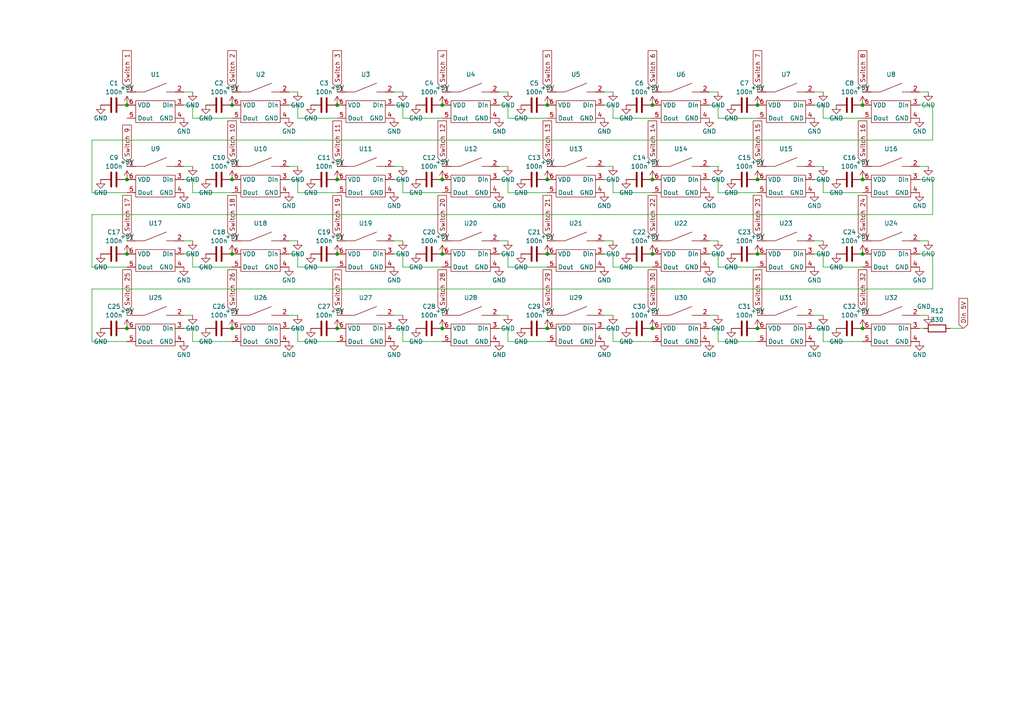
<source format=kicad_sch>
(kicad_sch (version 20211123) (generator eeschema)
  (paper "A4")
  (lib_symbols
    (symbol "Device:C" (pin_numbers hide) (pin_names (offset 0.254))
      (property "Reference" "C" (at 0.635 2.54 0))
      (property "Value" "C" (at 0.635 -2.54 0))
      (symbol "C_0_1"
        (polyline (pts (xy -2.032 -0.762) (xy 2.032 -0.762)) (stroke (width 0.508)))
        (polyline (pts (xy -2.032 0.762) (xy 2.032 0.762)) (stroke (width 0.508)))
      )
      (symbol "C_1_1"
        (pin passive line (at 0 3.81 270) (length 2.794) (name "~") (number "1"))
        (pin passive line (at 0 -3.81 90) (length 2.794) (name "~") (number "2"))
      )
    )
    (symbol "Device:R" (pin_numbers hide) (pin_names (offset 0))
      (property "Reference" "R" (at 2.032 0 90))
      (property "Value" "R" (at 0 0 90))
      (symbol "R_0_1"
        (rectangle (start -1.016 -2.54) (end 1.016 2.54) (stroke (width 0.254)))
      )
      (symbol "R_1_1"
        (pin passive line (at 0 3.81 270) (length 1.27) (name "~") (number "1"))
        (pin passive line (at 0 -3.81 90) (length 1.27) (name "~") (number "2"))
      )
    )
    (symbol "Switch footprints:Multi_Hotswap_with_RGB"
      (property "Reference" "U" (at 0 5.08 0))
      (symbol "Multi_Hotswap_with_RGB_0_0"
        (polyline (pts (xy -6.35 1.27) (xy -3.81 1.27)))
        (polyline (pts (xy 5.08 1.27) (xy 2.54 1.27)))
      )
      (symbol "Multi_Hotswap_with_RGB_0_1"
        (rectangle (start -6.35 -1.27) (end 5.08 -7.62))
        (polyline (pts (xy -3.81 1.27) (xy 2.54 3.81)))
      )
      (symbol "Multi_Hotswap_with_RGB_1_1"
        (pin input line (at -8.89 1.27 0) (length 2.54) (name "") (number "1"))
        (pin input line (at 7.62 1.27 180) (length 2.54) (name "") (number "2"))
        (pin input line (at 7.62 -2.54 180) (length 2.54) (name "Din") (number "3"))
        (pin input line (at 7.62 -6.35 180) (length 2.54) (name "GND") (number "4"))
        (pin input line (at -8.89 -6.35 0) (length 2.54) (name "Dout") (number "5"))
        (pin input line (at -8.89 -2.54 0) (length 2.54) (name "VDD") (number "6"))
      )
    )
    (symbol "power:+5V" (power) (pin_names (offset 0))
      (property "Value" "+5V" (at 0 3.556 0))
      (symbol "+5V_0_1"
        (polyline (pts (xy -0.762 1.27) (xy 0 2.54)))
        (polyline (pts (xy 0 0) (xy 0 2.54)))
        (polyline (pts (xy 0 2.54) (xy 0.762 1.27)))
      )
      (symbol "+5V_1_1"
        (pin power_in line (at 0 0 90) (length 0) hide (name "+5V") (number "1"))
      )
    )
    (symbol "power:GND" (power) (pin_names (offset 0))
      (property "Value" "GND" (at 0 -3.81 0))
      (symbol "GND_0_1"
        (polyline (pts (xy 0 0) (xy 0 -1.27) (xy 1.27 -1.27) (xy 0 -2.54) (xy -1.27 -1.27) (xy 0 -1.27)))
      )
      (symbol "GND_1_1"
        (pin power_in line (at 0 0 270) (length 0) hide (name "GND") (number "1"))
      )
    )
  )
  (junction (at 250.19 30.48))
  (junction (at 219.71 95.25))
  (junction (at 67.31 95.25))
  (junction (at 219.71 73.66))
  (junction (at 36.83 30.48))
  (junction (at 97.79 52.07))
  (junction (at 158.75 52.07))
  (junction (at 158.75 95.25))
  (junction (at 189.23 52.07))
  (junction (at 189.23 95.25))
  (junction (at 67.31 30.48))
  (junction (at 219.71 30.48))
  (junction (at 128.27 95.25))
  (junction (at 36.83 95.25))
  (junction (at 67.31 73.66))
  (junction (at 219.71 52.07))
  (junction (at 158.75 73.66))
  (junction (at 128.27 73.66))
  (junction (at 250.19 73.66))
  (junction (at 158.75 30.48))
  (junction (at 189.23 73.66))
  (junction (at 97.79 73.66))
  (junction (at 97.79 30.48))
  (junction (at 128.27 52.07))
  (junction (at 189.23 30.48))
  (junction (at 67.31 52.07))
  (junction (at 128.27 30.48))
  (junction (at 250.19 95.25))
  (junction (at 36.83 52.07))
  (junction (at 36.83 73.66))
  (junction (at 97.79 95.25))
  (junction (at 250.19 52.07))
  (wire (pts (xy 116.84 34.29) (xy 128.27 34.29)))
  (wire (pts (xy 36.83 25.4) (xy 36.83 26.67)))
  (wire (pts (xy 144.78 52.07) (xy 147.32 52.07)))
  (wire (pts (xy 219.71 90.17) (xy 219.71 91.44)))
  (wire (pts (xy 147.32 55.88) (xy 158.75 55.88)))
  (wire (pts (xy 208.28 69.85) (xy 205.74 69.85)))
  (wire (pts (xy 269.24 26.67) (xy 266.7 26.67)))
  (wire (pts (xy 177.8 26.67) (xy 175.26 26.67)))
  (wire (pts (xy 175.26 73.66) (xy 177.8 73.66)))
  (wire (pts (xy 36.83 90.17) (xy 36.83 91.44)))
  (wire (pts (xy 86.36 34.29) (xy 97.79 34.29)))
  (wire (pts (xy 67.31 68.58) (xy 67.31 69.85)))
  (wire (pts (xy 147.32 91.44) (xy 144.78 91.44)))
  (wire (pts (xy 177.8 99.06) (xy 189.23 99.06)))
  (wire (pts (xy 208.28 30.48) (xy 208.28 34.29)))
  (wire (pts (xy 114.3 73.66) (xy 116.84 73.66)))
  (wire (pts (xy 86.36 91.44) (xy 83.82 91.44)))
  (wire (pts (xy 86.36 30.48) (xy 86.36 34.29)))
  (wire (pts (xy 86.36 73.66) (xy 86.36 77.47)))
  (wire (pts (xy 270.51 30.48) (xy 266.7 30.48)))
  (wire (pts (xy 279.4 95.25) (xy 275.59 95.25)))
  (wire (pts (xy 177.8 73.66) (xy 177.8 77.47)))
  (wire (pts (xy 238.76 34.29) (xy 250.19 34.29)))
  (wire (pts (xy 55.88 91.44) (xy 53.34 91.44)))
  (wire (pts (xy 189.23 25.4) (xy 189.23 26.67)))
  (wire (pts (xy 147.32 99.06) (xy 158.75 99.06)))
  (wire (pts (xy 177.8 55.88) (xy 189.23 55.88)))
  (wire (pts (xy 189.23 46.99) (xy 189.23 48.26)))
  (wire (pts (xy 270.51 52.07) (xy 266.7 52.07)))
  (wire (pts (xy 158.75 46.99) (xy 158.75 48.26)))
  (wire (pts (xy 270.51 40.64) (xy 270.51 30.48)))
  (wire (pts (xy 269.24 48.26) (xy 266.7 48.26)))
  (wire (pts (xy 86.36 95.25) (xy 86.36 99.06)))
  (wire (pts (xy 177.8 48.26) (xy 175.26 48.26)))
  (wire (pts (xy 189.23 68.58) (xy 189.23 69.85)))
  (wire (pts (xy 270.51 83.82) (xy 270.51 73.66)))
  (wire (pts (xy 238.76 55.88) (xy 250.19 55.88)))
  (wire (pts (xy 128.27 68.58) (xy 128.27 69.85)))
  (wire (pts (xy 97.79 68.58) (xy 97.79 69.85)))
  (wire (pts (xy 147.32 34.29) (xy 158.75 34.29)))
  (wire (pts (xy 116.84 48.26) (xy 114.3 48.26)))
  (wire (pts (xy 55.88 34.29) (xy 55.88 30.48)))
  (wire (pts (xy 238.76 69.85) (xy 236.22 69.85)))
  (wire (pts (xy 128.27 46.99) (xy 128.27 48.26)))
  (wire (pts (xy 97.79 25.4) (xy 97.79 26.67)))
  (wire (pts (xy 67.31 46.99) (xy 67.31 48.26)))
  (wire (pts (xy 116.84 69.85) (xy 114.3 69.85)))
  (wire (pts (xy 250.19 68.58) (xy 250.19 69.85)))
  (wire (pts (xy 236.22 95.25) (xy 238.76 95.25)))
  (wire (pts (xy 238.76 26.67) (xy 236.22 26.67)))
  (wire (pts (xy 267.97 95.25) (xy 266.7 95.25)))
  (wire (pts (xy 114.3 30.48) (xy 116.84 30.48)))
  (wire (pts (xy 116.84 52.07) (xy 116.84 55.88)))
  (wire (pts (xy 269.24 91.44) (xy 266.7 91.44)))
  (wire (pts (xy 208.28 73.66) (xy 208.28 77.47)))
  (wire (pts (xy 208.28 34.29) (xy 219.71 34.29)))
  (wire (pts (xy 177.8 95.25) (xy 177.8 99.06)))
  (wire (pts (xy 177.8 77.47) (xy 189.23 77.47)))
  (wire (pts (xy 86.36 55.88) (xy 97.79 55.88)))
  (wire (pts (xy 238.76 48.26) (xy 236.22 48.26)))
  (wire (pts (xy 238.76 52.07) (xy 238.76 55.88)))
  (wire (pts (xy 55.88 99.06) (xy 55.88 95.25)))
  (wire (pts (xy 116.84 95.25) (xy 116.84 99.06)))
  (wire (pts (xy 147.32 73.66) (xy 147.32 77.47)))
  (wire (pts (xy 67.31 55.88) (xy 55.88 55.88)))
  (wire (pts (xy 83.82 73.66) (xy 86.36 73.66)))
  (wire (pts (xy 238.76 77.47) (xy 250.19 77.47)))
  (wire (pts (xy 55.88 48.26) (xy 53.34 48.26)))
  (wire (pts (xy 26.67 40.64) (xy 270.51 40.64)))
  (wire (pts (xy 175.26 95.25) (xy 177.8 95.25)))
  (wire (pts (xy 208.28 77.47) (xy 219.71 77.47)))
  (wire (pts (xy 55.88 73.66) (xy 53.34 73.66)))
  (wire (pts (xy 208.28 91.44) (xy 205.74 91.44)))
  (wire (pts (xy 55.88 26.67) (xy 53.34 26.67)))
  (wire (pts (xy 177.8 34.29) (xy 189.23 34.29)))
  (wire (pts (xy 205.74 95.25) (xy 208.28 95.25)))
  (wire (pts (xy 55.88 30.48) (xy 53.34 30.48)))
  (wire (pts (xy 147.32 48.26) (xy 144.78 48.26)))
  (wire (pts (xy 147.32 26.67) (xy 144.78 26.67)))
  (wire (pts (xy 205.74 52.07) (xy 208.28 52.07)))
  (wire (pts (xy 238.76 99.06) (xy 250.19 99.06)))
  (wire (pts (xy 208.28 55.88) (xy 219.71 55.88)))
  (wire (pts (xy 83.82 95.25) (xy 86.36 95.25)))
  (wire (pts (xy 147.32 52.07) (xy 147.32 55.88)))
  (wire (pts (xy 26.67 83.82) (xy 270.51 83.82)))
  (wire (pts (xy 205.74 73.66) (xy 208.28 73.66)))
  (wire (pts (xy 270.51 73.66) (xy 266.7 73.66)))
  (wire (pts (xy 97.79 46.99) (xy 97.79 48.26)))
  (wire (pts (xy 116.84 73.66) (xy 116.84 77.47)))
  (wire (pts (xy 86.36 52.07) (xy 86.36 55.88)))
  (wire (pts (xy 55.88 95.25) (xy 53.34 95.25)))
  (wire (pts (xy 67.31 77.47) (xy 55.88 77.47)))
  (wire (pts (xy 36.83 77.47) (xy 26.67 77.47)))
  (wire (pts (xy 83.82 52.07) (xy 86.36 52.07)))
  (wire (pts (xy 238.76 73.66) (xy 238.76 77.47)))
  (wire (pts (xy 116.84 91.44) (xy 114.3 91.44)))
  (wire (pts (xy 238.76 95.25) (xy 238.76 99.06)))
  (wire (pts (xy 128.27 25.4) (xy 128.27 26.67)))
  (wire (pts (xy 67.31 99.06) (xy 55.88 99.06)))
  (wire (pts (xy 67.31 25.4) (xy 67.31 26.67)))
  (wire (pts (xy 114.3 95.25) (xy 116.84 95.25)))
  (wire (pts (xy 116.84 99.06) (xy 128.27 99.06)))
  (wire (pts (xy 55.88 69.85) (xy 53.34 69.85)))
  (wire (pts (xy 147.32 77.47) (xy 158.75 77.47)))
  (wire (pts (xy 116.84 77.47) (xy 128.27 77.47)))
  (wire (pts (xy 205.74 30.48) (xy 208.28 30.48)))
  (wire (pts (xy 250.19 46.99) (xy 250.19 48.26)))
  (wire (pts (xy 26.67 62.23) (xy 270.51 62.23)))
  (wire (pts (xy 270.51 62.23) (xy 270.51 52.07)))
  (wire (pts (xy 177.8 91.44) (xy 175.26 91.44)))
  (wire (pts (xy 67.31 90.17) (xy 67.31 91.44)))
  (wire (pts (xy 238.76 30.48) (xy 238.76 34.29)))
  (wire (pts (xy 36.83 68.58) (xy 36.83 69.85)))
  (wire (pts (xy 116.84 30.48) (xy 116.84 34.29)))
  (wire (pts (xy 26.67 55.88) (xy 26.67 40.64)))
  (wire (pts (xy 158.75 68.58) (xy 158.75 69.85)))
  (wire (pts (xy 36.83 46.99) (xy 36.83 48.26)))
  (wire (pts (xy 55.88 55.88) (xy 55.88 52.07)))
  (wire (pts (xy 67.31 34.29) (xy 55.88 34.29)))
  (wire (pts (xy 128.27 90.17) (xy 128.27 91.44)))
  (wire (pts (xy 219.71 46.99) (xy 219.71 48.26)))
  (wire (pts (xy 219.71 25.4) (xy 219.71 26.67)))
  (wire (pts (xy 269.24 69.85) (xy 266.7 69.85)))
  (wire (pts (xy 147.32 30.48) (xy 147.32 34.29)))
  (wire (pts (xy 97.79 90.17) (xy 97.79 91.44)))
  (wire (pts (xy 177.8 52.07) (xy 177.8 55.88)))
  (wire (pts (xy 236.22 30.48) (xy 238.76 30.48)))
  (wire (pts (xy 55.88 52.07) (xy 53.34 52.07)))
  (wire (pts (xy 83.82 30.48) (xy 86.36 30.48)))
  (wire (pts (xy 36.83 55.88) (xy 26.67 55.88)))
  (wire (pts (xy 175.26 30.48) (xy 177.8 30.48)))
  (wire (pts (xy 86.36 69.85) (xy 83.82 69.85)))
  (wire (pts (xy 175.26 52.07) (xy 177.8 52.07)))
  (wire (pts (xy 86.36 77.47) (xy 97.79 77.47)))
  (wire (pts (xy 208.28 95.25) (xy 208.28 99.06)))
  (wire (pts (xy 238.76 91.44) (xy 236.22 91.44)))
  (wire (pts (xy 26.67 99.06) (xy 26.67 83.82)))
  (wire (pts (xy 86.36 99.06) (xy 97.79 99.06)))
  (wire (pts (xy 36.83 99.06) (xy 26.67 99.06)))
  (wire (pts (xy 208.28 48.26) (xy 205.74 48.26)))
  (wire (pts (xy 158.75 90.17) (xy 158.75 91.44)))
  (wire (pts (xy 147.32 95.25) (xy 147.32 99.06)))
  (wire (pts (xy 208.28 26.67) (xy 205.74 26.67)))
  (wire (pts (xy 219.71 68.58) (xy 219.71 69.85)))
  (wire (pts (xy 236.22 52.07) (xy 238.76 52.07)))
  (wire (pts (xy 114.3 52.07) (xy 116.84 52.07)))
  (wire (pts (xy 208.28 52.07) (xy 208.28 55.88)))
  (wire (pts (xy 116.84 55.88) (xy 128.27 55.88)))
  (wire (pts (xy 177.8 30.48) (xy 177.8 34.29)))
  (wire (pts (xy 208.28 99.06) (xy 219.71 99.06)))
  (wire (pts (xy 189.23 90.17) (xy 189.23 91.44)))
  (wire (pts (xy 250.19 90.17) (xy 250.19 91.44)))
  (wire (pts (xy 144.78 95.25) (xy 147.32 95.25)))
  (wire (pts (xy 86.36 26.67) (xy 83.82 26.67)))
  (wire (pts (xy 236.22 73.66) (xy 238.76 73.66)))
  (wire (pts (xy 144.78 73.66) (xy 147.32 73.66)))
  (wire (pts (xy 144.78 30.48) (xy 147.32 30.48)))
  (wire (pts (xy 147.32 69.85) (xy 144.78 69.85)))
  (wire (pts (xy 86.36 48.26) (xy 83.82 48.26)))
  (wire (pts (xy 26.67 77.47) (xy 26.67 62.23)))
  (wire (pts (xy 158.75 25.4) (xy 158.75 26.67)))
  (wire (pts (xy 177.8 69.85) (xy 175.26 69.85)))
  (wire (pts (xy 250.19 25.4) (xy 250.19 26.67)))
  (wire (pts (xy 55.88 77.47) (xy 55.88 73.66)))
  (wire (pts (xy 116.84 26.67) (xy 114.3 26.67)))
  (global_label "Switch 18" (shape input) (at 67.31 68.58 90) (property "Intersheet References" "${INTERSHEET_REFS}" (effects hide)))
  (global_label "Switch 29" (shape input) (at 158.75 90.17 90) (property "Intersheet References" "${INTERSHEET_REFS}" (effects hide)))
  (global_label "Switch 19" (shape input) (at 97.79 68.58 90) (property "Intersheet References" "${INTERSHEET_REFS}" (effects hide)))
  (global_label "Switch 28" (shape input) (at 128.27 90.17 90) (property "Intersheet References" "${INTERSHEET_REFS}" (effects hide)))
  (global_label "Switch 10" (shape input) (at 67.31 46.99 90) (property "Intersheet References" "${INTERSHEET_REFS}" (effects hide)))
  (global_label "Switch 15" (shape input) (at 219.71 46.99 90) (property "Intersheet References" "${INTERSHEET_REFS}" (effects hide)))
  (global_label "Switch 30" (shape input) (at 189.23 90.17 90) (property "Intersheet References" "${INTERSHEET_REFS}" (effects hide)))
  (global_label "Switch 1" (shape input) (at 36.83 25.4 90) (property "Intersheet References" "${INTERSHEET_REFS}" (effects hide)))
  (global_label "Switch 3" (shape input) (at 97.79 25.4 90) (property "Intersheet References" "${INTERSHEET_REFS}" (effects hide)))
  (global_label "Switch 9" (shape input) (at 36.83 46.99 90) (property "Intersheet References" "${INTERSHEET_REFS}" (effects hide)))
  (global_label "Switch 2" (shape input) (at 67.31 25.4 90) (property "Intersheet References" "${INTERSHEET_REFS}" (effects hide)))
  (global_label "Switch 20" (shape input) (at 128.27 68.58 90) (property "Intersheet References" "${INTERSHEET_REFS}" (effects hide)))
  (global_label "Switch 24" (shape input) (at 250.19 68.58 90) (property "Intersheet References" "${INTERSHEET_REFS}" (effects hide)))
  (global_label "Switch 13" (shape input) (at 158.75 46.99 90) (property "Intersheet References" "${INTERSHEET_REFS}" (effects hide)))
  (global_label "Switch 17" (shape input) (at 36.83 68.58 90) (property "Intersheet References" "${INTERSHEET_REFS}" (effects hide)))
  (global_label "Switch 31" (shape input) (at 219.71 90.17 90) (property "Intersheet References" "${INTERSHEET_REFS}" (effects hide)))
  (global_label "Switch 4" (shape input) (at 128.27 25.4 90) (property "Intersheet References" "${INTERSHEET_REFS}" (effects hide)))
  (global_label "Switch 16" (shape input) (at 250.19 46.99 90) (property "Intersheet References" "${INTERSHEET_REFS}" (effects hide)))
  (global_label "Switch 12" (shape input) (at 128.27 46.99 90) (property "Intersheet References" "${INTERSHEET_REFS}" (effects hide)))
  (global_label "Switch 21" (shape input) (at 158.75 68.58 90) (property "Intersheet References" "${INTERSHEET_REFS}" (effects hide)))
  (global_label "Switch 11" (shape input) (at 97.79 46.99 90) (property "Intersheet References" "${INTERSHEET_REFS}" (effects hide)))
  (global_label "Switch 8" (shape input) (at 250.19 25.4 90) (property "Intersheet References" "${INTERSHEET_REFS}" (effects hide)))
  (global_label "Switch 7" (shape input) (at 219.71 25.4 90) (property "Intersheet References" "${INTERSHEET_REFS}" (effects hide)))
  (global_label "Switch 25" (shape input) (at 36.83 90.17 90) (property "Intersheet References" "${INTERSHEET_REFS}" (effects hide)))
  (global_label "Switch 22" (shape input) (at 189.23 68.58 90) (property "Intersheet References" "${INTERSHEET_REFS}" (effects hide)))
  (global_label "Din 5V" (shape input) (at 279.4 95.25 90) (property "Intersheet References" "${INTERSHEET_REFS}" (effects hide)))
  (global_label "Switch 14" (shape input) (at 189.23 46.99 90) (property "Intersheet References" "${INTERSHEET_REFS}" (effects hide)))
  (global_label "Switch 6" (shape input) (at 189.23 25.4 90) (property "Intersheet References" "${INTERSHEET_REFS}" (effects hide)))
  (global_label "Switch 26" (shape input) (at 67.31 90.17 90) (property "Intersheet References" "${INTERSHEET_REFS}" (effects hide)))
  (global_label "Switch 23" (shape input) (at 219.71 68.58 90) (property "Intersheet References" "${INTERSHEET_REFS}" (effects hide)))
  (global_label "Switch 27" (shape input) (at 97.79 90.17 90) (property "Intersheet References" "${INTERSHEET_REFS}" (effects hide)))
  (global_label "Switch 5" (shape input) (at 158.75 25.4 90) (property "Intersheet References" "${INTERSHEET_REFS}" (effects hide)))
  (global_label "Switch 32" (shape input) (at 250.19 90.17 90) (property "Intersheet References" "${INTERSHEET_REFS}" (effects hide)))
  (symbol (lib_id "Switch footprints:Multi_Hotswap_with_RGB") (at 228.6 92.71 0) (unit 1)
    (property "Reference" "U31" (at 227.965 86.36 0))
    (property "Value" "Multi_Hotswap_with_RGB" (effects hide))
    (property "Footprint" "Switch footprints:Multi Hotswap with RGB" (effects hide))
  )
  (symbol (lib_id "Switch footprints:Multi_Hotswap_with_RGB") (at 228.6 49.53 0) (unit 1)
    (property "Reference" "U15" (at 227.965 43.18 0))
    (property "Value" "Multi_Hotswap_with_RGB" (effects hide))
    (property "Footprint" "Switch footprints:Multi Hotswap with RGB" (effects hide))
  )
  (symbol (lib_id "power:GND") (at 120.65 95.25 0) (unit 1)
    (property "Reference" "#PWR084" (effects hide))
    (property "Value" "GND" (at 120.65 99.06 0))
  )
  (symbol (lib_id "power:GND") (at 236.22 34.29 0) (unit 1)
    (property "Reference" "#PWR023" (effects hide))
    (property "Value" "GND" (at 236.22 38.1 0))
  )
  (symbol (lib_id "power:GND") (at 53.34 99.06 0) (unit 1)
    (property "Reference" "#PWR089" (effects hide))
    (property "Value" "GND" (at 53.34 102.87 0))
  )
  (symbol (lib_id "power:GND") (at 59.69 30.48 0) (unit 1)
    (property "Reference" "#PWR010" (effects hide))
    (property "Value" "GND" (at 59.69 34.29 0))
  )
  (symbol (lib_id "Switch footprints:Multi_Hotswap_with_RGB") (at 106.68 49.53 0) (unit 1)
    (property "Reference" "U11" (at 106.045 43.18 0))
    (property "Value" "Multi_Hotswap_with_RGB" (effects hide))
    (property "Footprint" "Switch footprints:Multi Hotswap with RGB" (effects hide))
  )
  (symbol (lib_id "power:GND") (at 55.88 26.67 0) (unit 1)
    (property "Reference" "#PWR01" (effects hide))
    (property "Value" "GND" (at 55.88 30.48 0))
  )
  (symbol (lib_id "power:GND") (at 236.22 99.06 0) (unit 1)
    (property "Reference" "#PWR095" (effects hide))
    (property "Value" "GND" (at 236.22 102.87 0))
  )
  (symbol (lib_id "Switch footprints:Multi_Hotswap_with_RGB") (at 167.64 71.12 0) (unit 1)
    (property "Reference" "U21" (at 167.005 64.77 0))
    (property "Value" "Multi_Hotswap_with_RGB" (effects hide))
    (property "Footprint" "Switch footprints:Multi Hotswap with RGB" (effects hide))
  )
  (symbol (lib_id "Switch footprints:Multi_Hotswap_with_RGB") (at 198.12 27.94 0) (unit 1)
    (property "Reference" "U6" (at 197.485 21.59 0))
    (property "Value" "Multi_Hotswap_with_RGB" (effects hide))
    (property "Footprint" "Switch footprints:Multi Hotswap with RGB" (effects hide))
  )
  (symbol (lib_id "Switch footprints:Multi_Hotswap_with_RGB") (at 106.68 71.12 0) (unit 1)
    (property "Reference" "U19" (at 106.045 64.77 0))
    (property "Value" "Multi_Hotswap_with_RGB" (effects hide))
    (property "Footprint" "Switch footprints:Multi Hotswap with RGB" (effects hide))
  )
  (symbol (lib_id "power:+5V") (at 219.71 73.66 0) (unit 1)
    (property "Reference" "#PWR0143" (effects hide))
    (property "Value" "+5V" (at 219.71 68.58 0))
  )
  (symbol (lib_id "power:+5V") (at 158.75 30.48 0) (unit 1)
    (property "Reference" "#PWR0156" (effects hide))
    (property "Value" "+5V" (at 158.75 25.4 0))
  )
  (symbol (lib_id "power:+5V") (at 128.27 52.07 0) (unit 1)
    (property "Reference" "#PWR0155" (effects hide))
    (property "Value" "+5V" (at 128.27 46.99 0))
  )
  (symbol (lib_id "Switch footprints:Multi_Hotswap_with_RGB") (at 259.08 27.94 0) (unit 1)
    (property "Reference" "U8" (at 258.445 21.59 0))
    (property "Value" "Multi_Hotswap_with_RGB" (effects hide))
    (property "Footprint" "Switch footprints:Multi Hotswap with RGB" (effects hide))
  )
  (symbol (lib_id "power:GND") (at 177.8 69.85 0) (unit 1)
    (property "Reference" "#PWR053" (effects hide))
    (property "Value" "GND" (at 177.8 73.66 0))
  )
  (symbol (lib_id "power:GND") (at 151.13 73.66 0) (unit 1)
    (property "Reference" "#PWR061" (effects hide))
    (property "Value" "GND" (at 151.13 77.47 0))
  )
  (symbol (lib_id "power:GND") (at 83.82 55.88 0) (unit 1)
    (property "Reference" "#PWR042" (effects hide))
    (property "Value" "GND" (at 83.82 59.69 0))
  )
  (symbol (lib_id "Switch footprints:Multi_Hotswap_with_RGB") (at 259.08 49.53 0) (unit 1)
    (property "Reference" "U16" (at 258.445 43.18 0))
    (property "Value" "Multi_Hotswap_with_RGB" (effects hide))
    (property "Footprint" "Switch footprints:Multi Hotswap with RGB" (effects hide))
  )
  (symbol (lib_id "Device:C") (at 215.9 73.66 90) (unit 1)
    (property "Reference" "C23" (at 215.9 67.31 90))
    (property "Value" "100n" (at 215.9 69.85 90))
    (property "Footprint" "Capacitor_SMD:C_0603_1608Metric_Pad1.08x0.95mm_HandSolder" (effects hide))
  )
  (symbol (lib_id "Switch footprints:Multi_Hotswap_with_RGB") (at 106.68 27.94 0) (unit 1)
    (property "Reference" "U3" (at 106.045 21.59 0))
    (property "Value" "Multi_Hotswap_with_RGB" (effects hide))
    (property "Footprint" "Switch footprints:Multi Hotswap with RGB" (effects hide))
  )
  (symbol (lib_id "Device:C") (at 185.42 95.25 90) (unit 1)
    (property "Reference" "C30" (at 185.42 88.9 90))
    (property "Value" "100n" (at 185.42 91.44 90))
    (property "Footprint" "Capacitor_SMD:C_0603_1608Metric_Pad1.08x0.95mm_HandSolder" (effects hide))
  )
  (symbol (lib_id "Switch footprints:Multi_Hotswap_with_RGB") (at 198.12 92.71 0) (unit 1)
    (property "Reference" "U30" (at 197.485 86.36 0))
    (property "Value" "Multi_Hotswap_with_RGB" (effects hide))
    (property "Footprint" "Switch footprints:Multi Hotswap with RGB" (effects hide))
  )
  (symbol (lib_id "power:+5V") (at 67.31 30.48 0) (unit 1)
    (property "Reference" "#PWR0158" (effects hide))
    (property "Value" "+5V" (at 67.31 25.4 0))
  )
  (symbol (lib_id "power:GND") (at 269.24 91.44 0) (unit 1)
    (property "Reference" "#PWR080" (effects hide))
    (property "Value" "GND" (at 267.97 88.9 0))
  )
  (symbol (lib_id "power:+5V") (at 219.71 30.48 0) (unit 1)
    (property "Reference" "#PWR0146" (effects hide))
    (property "Value" "+5V" (at 219.71 25.4 0))
  )
  (symbol (lib_id "power:GND") (at 175.26 34.29 0) (unit 1)
    (property "Reference" "#PWR021" (effects hide))
    (property "Value" "GND" (at 175.26 38.1 0))
  )
  (symbol (lib_id "power:GND") (at 212.09 30.48 0) (unit 1)
    (property "Reference" "#PWR015" (effects hide))
    (property "Value" "GND" (at 212.09 34.29 0))
  )
  (symbol (lib_id "power:GND") (at 205.74 99.06 0) (unit 1)
    (property "Reference" "#PWR094" (effects hide))
    (property "Value" "GND" (at 205.74 102.87 0))
  )
  (symbol (lib_id "power:GND") (at 266.7 55.88 0) (unit 1)
    (property "Reference" "#PWR048" (effects hide))
    (property "Value" "GND" (at 266.7 59.69 0))
  )
  (symbol (lib_id "power:+5V") (at 219.71 52.07 0) (unit 1)
    (property "Reference" "#PWR0145" (effects hide))
    (property "Value" "+5V" (at 219.71 46.99 0))
  )
  (symbol (lib_id "power:GND") (at 90.17 30.48 0) (unit 1)
    (property "Reference" "#PWR011" (effects hide))
    (property "Value" "GND" (at 90.17 34.29 0))
  )
  (symbol (lib_id "power:+5V") (at 158.75 73.66 0) (unit 1)
    (property "Reference" "#PWR0165" (effects hide))
    (property "Value" "+5V" (at 158.75 68.58 0))
  )
  (symbol (lib_id "power:+5V") (at 250.19 95.25 0) (unit 1)
    (property "Reference" "#PWR0137" (effects hide))
    (property "Value" "+5V" (at 250.19 90.17 0))
  )
  (symbol (lib_id "power:GND") (at 175.26 99.06 0) (unit 1)
    (property "Reference" "#PWR093" (effects hide))
    (property "Value" "GND" (at 175.26 102.87 0))
  )
  (symbol (lib_id "power:GND") (at 83.82 99.06 0) (unit 1)
    (property "Reference" "#PWR090" (effects hide))
    (property "Value" "GND" (at 83.82 102.87 0))
  )
  (symbol (lib_id "Switch footprints:Multi_Hotswap_with_RGB") (at 137.16 92.71 0) (unit 1)
    (property "Reference" "U28" (at 136.525 86.36 0))
    (property "Value" "Multi_Hotswap_with_RGB" (effects hide))
    (property "Footprint" "Switch footprints:Multi Hotswap with RGB" (effects hide))
  )
  (symbol (lib_id "power:GND") (at 266.7 99.06 0) (unit 1)
    (property "Reference" "#PWR096" (effects hide))
    (property "Value" "GND" (at 266.7 102.87 0))
  )
  (symbol (lib_id "Switch footprints:Multi_Hotswap_with_RGB") (at 76.2 92.71 0) (unit 1)
    (property "Reference" "U26" (at 75.565 86.36 0))
    (property "Value" "Multi_Hotswap_with_RGB" (effects hide))
    (property "Footprint" "Switch footprints:Multi Hotswap with RGB" (effects hide))
  )
  (symbol (lib_id "power:GND") (at 90.17 52.07 0) (unit 1)
    (property "Reference" "#PWR035" (effects hide))
    (property "Value" "GND" (at 90.17 55.88 0))
  )
  (symbol (lib_id "power:GND") (at 120.65 73.66 0) (unit 1)
    (property "Reference" "#PWR060" (effects hide))
    (property "Value" "GND" (at 120.65 77.47 0))
  )
  (symbol (lib_id "power:GND") (at 151.13 30.48 0) (unit 1)
    (property "Reference" "#PWR013" (effects hide))
    (property "Value" "GND" (at 151.13 34.29 0))
  )
  (symbol (lib_id "power:GND") (at 147.32 26.67 0) (unit 1)
    (property "Reference" "#PWR04" (effects hide))
    (property "Value" "GND" (at 147.32 30.48 0))
  )
  (symbol (lib_id "power:GND") (at 208.28 91.44 0) (unit 1)
    (property "Reference" "#PWR078" (effects hide))
    (property "Value" "GND" (at 208.28 95.25 0))
  )
  (symbol (lib_id "power:GND") (at 175.26 77.47 0) (unit 1)
    (property "Reference" "#PWR069" (effects hide))
    (property "Value" "GND" (at 175.26 81.28 0))
  )
  (symbol (lib_id "power:GND") (at 181.61 73.66 0) (unit 1)
    (property "Reference" "#PWR062" (effects hide))
    (property "Value" "GND" (at 181.61 77.47 0))
  )
  (symbol (lib_id "Switch footprints:Multi_Hotswap_with_RGB") (at 76.2 49.53 0) (unit 1)
    (property "Reference" "U10" (at 75.565 43.18 0))
    (property "Value" "Multi_Hotswap_with_RGB" (effects hide))
    (property "Footprint" "Switch footprints:Multi Hotswap with RGB" (effects hide))
  )
  (symbol (lib_id "power:GND") (at 212.09 95.25 0) (unit 1)
    (property "Reference" "#PWR087" (effects hide))
    (property "Value" "GND" (at 212.09 99.06 0))
  )
  (symbol (lib_id "power:+5V") (at 128.27 95.25 0) (unit 1)
    (property "Reference" "#PWR0163" (effects hide))
    (property "Value" "+5V" (at 128.27 90.17 0))
  )
  (symbol (lib_id "power:GND") (at 238.76 48.26 0) (unit 1)
    (property "Reference" "#PWR031" (effects hide))
    (property "Value" "GND" (at 238.76 52.07 0))
  )
  (symbol (lib_id "power:+5V") (at 67.31 95.25 0) (unit 1)
    (property "Reference" "#PWR0150" (effects hide))
    (property "Value" "+5V" (at 67.31 90.17 0))
  )
  (symbol (lib_id "Switch footprints:Multi_Hotswap_with_RGB") (at 45.72 49.53 0) (unit 1)
    (property "Reference" "U9" (at 45.085 43.18 0))
    (property "Value" "Multi_Hotswap_with_RGB" (effects hide))
    (property "Footprint" "Switch footprints:Multi Hotswap with RGB" (effects hide))
  )
  (symbol (lib_id "Device:C") (at 63.5 52.07 90) (unit 1)
    (property "Reference" "C10" (at 63.5 45.72 90))
    (property "Value" "100n" (at 63.5 48.26 90))
    (property "Footprint" "Capacitor_SMD:C_0603_1608Metric_Pad1.08x0.95mm_HandSolder" (effects hide))
  )
  (symbol (lib_id "power:+5V") (at 189.23 52.07 0) (unit 1)
    (property "Reference" "#PWR0139" (effects hide))
    (property "Value" "+5V" (at 189.23 46.99 0))
  )
  (symbol (lib_id "Device:C") (at 93.98 52.07 90) (unit 1)
    (property "Reference" "C11" (at 93.98 45.72 90))
    (property "Value" "100n" (at 93.98 48.26 90))
    (property "Footprint" "Capacitor_SMD:C_0603_1608Metric_Pad1.08x0.95mm_HandSolder" (effects hide))
  )
  (symbol (lib_id "power:GND") (at 120.65 30.48 0) (unit 1)
    (property "Reference" "#PWR012" (effects hide))
    (property "Value" "GND" (at 120.65 34.29 0))
  )
  (symbol (lib_id "power:+5V") (at 36.83 73.66 0) (unit 1)
    (property "Reference" "#PWR0151" (effects hide))
    (property "Value" "+5V" (at 36.83 68.58 0))
  )
  (symbol (lib_id "Device:C") (at 246.38 95.25 90) (unit 1)
    (property "Reference" "C32" (at 246.38 88.9 90))
    (property "Value" "100n" (at 246.38 91.44 90))
    (property "Footprint" "Capacitor_SMD:C_0603_1608Metric_Pad1.08x0.95mm_HandSolder" (effects hide))
  )
  (symbol (lib_id "power:GND") (at 55.88 91.44 0) (unit 1)
    (property "Reference" "#PWR073" (effects hide))
    (property "Value" "GND" (at 55.88 95.25 0))
  )
  (symbol (lib_id "power:GND") (at 151.13 95.25 0) (unit 1)
    (property "Reference" "#PWR085" (effects hide))
    (property "Value" "GND" (at 151.13 99.06 0))
  )
  (symbol (lib_id "power:GND") (at 53.34 55.88 0) (unit 1)
    (property "Reference" "#PWR041" (effects hide))
    (property "Value" "GND" (at 53.34 59.69 0))
  )
  (symbol (lib_id "power:GND") (at 175.26 55.88 0) (unit 1)
    (property "Reference" "#PWR045" (effects hide))
    (property "Value" "GND" (at 175.26 59.69 0))
  )
  (symbol (lib_id "power:GND") (at 120.65 52.07 0) (unit 1)
    (property "Reference" "#PWR036" (effects hide))
    (property "Value" "GND" (at 120.65 55.88 0))
  )
  (symbol (lib_id "power:+5V") (at 250.19 30.48 0) (unit 1)
    (property "Reference" "#PWR0144" (effects hide))
    (property "Value" "+5V" (at 250.19 25.4 0))
  )
  (symbol (lib_id "power:GND") (at 181.61 95.25 0) (unit 1)
    (property "Reference" "#PWR086" (effects hide))
    (property "Value" "GND" (at 181.61 99.06 0))
  )
  (symbol (lib_id "power:+5V") (at 219.71 95.25 0) (unit 1)
    (property "Reference" "#PWR0142" (effects hide))
    (property "Value" "+5V" (at 219.71 90.17 0))
  )
  (symbol (lib_id "power:GND") (at 114.3 77.47 0) (unit 1)
    (property "Reference" "#PWR067" (effects hide))
    (property "Value" "GND" (at 114.3 81.28 0))
  )
  (symbol (lib_id "power:GND") (at 242.57 95.25 0) (unit 1)
    (property "Reference" "#PWR088" (effects hide))
    (property "Value" "GND" (at 242.57 99.06 0))
  )
  (symbol (lib_id "power:GND") (at 29.21 52.07 0) (unit 1)
    (property "Reference" "#PWR033" (effects hide))
    (property "Value" "GND" (at 29.21 55.88 0))
  )
  (symbol (lib_id "power:+5V") (at 189.23 30.48 0) (unit 1)
    (property "Reference" "#PWR0138" (effects hide))
    (property "Value" "+5V" (at 189.23 25.4 0))
  )
  (symbol (lib_id "Device:C") (at 124.46 52.07 90) (unit 1)
    (property "Reference" "C12" (at 124.46 45.72 90))
    (property "Value" "100n" (at 124.46 48.26 90))
    (property "Footprint" "Capacitor_SMD:C_0603_1608Metric_Pad1.08x0.95mm_HandSolder" (effects hide))
  )
  (symbol (lib_id "power:GND") (at 212.09 52.07 0) (unit 1)
    (property "Reference" "#PWR039" (effects hide))
    (property "Value" "GND" (at 212.09 55.88 0))
  )
  (symbol (lib_id "power:+5V") (at 250.19 73.66 0) (unit 1)
    (property "Reference" "#PWR0136" (effects hide))
    (property "Value" "+5V" (at 250.19 68.58 0))
  )
  (symbol (lib_id "power:GND") (at 208.28 69.85 0) (unit 1)
    (property "Reference" "#PWR054" (effects hide))
    (property "Value" "GND" (at 208.28 73.66 0))
  )
  (symbol (lib_id "power:GND") (at 269.24 48.26 0) (unit 1)
    (property "Reference" "#PWR032" (effects hide))
    (property "Value" "GND" (at 269.24 52.07 0))
  )
  (symbol (lib_id "Device:C") (at 33.02 52.07 90) (unit 1)
    (property "Reference" "C9" (at 33.02 45.72 90))
    (property "Value" "100n" (at 33.02 48.26 90))
    (property "Footprint" "Capacitor_SMD:C_0603_1608Metric_Pad1.08x0.95mm_HandSolder" (effects hide))
  )
  (symbol (lib_id "power:+5V") (at 97.79 30.48 0) (unit 1)
    (property "Reference" "#PWR0153" (effects hide))
    (property "Value" "+5V" (at 97.79 25.4 0))
  )
  (symbol (lib_id "Device:C") (at 93.98 30.48 90) (unit 1)
    (property "Reference" "C3" (at 93.98 24.13 90))
    (property "Value" "100n" (at 93.98 26.67 90))
    (property "Footprint" "Capacitor_SMD:C_0603_1608Metric_Pad1.08x0.95mm_HandSolder" (effects hide))
  )
  (symbol (lib_id "power:GND") (at 205.74 34.29 0) (unit 1)
    (property "Reference" "#PWR022" (effects hide))
    (property "Value" "GND" (at 205.74 38.1 0))
  )
  (symbol (lib_id "power:GND") (at 116.84 91.44 0) (unit 1)
    (property "Reference" "#PWR075" (effects hide))
    (property "Value" "GND" (at 116.84 95.25 0))
  )
  (symbol (lib_id "power:GND") (at 266.7 34.29 0) (unit 1)
    (property "Reference" "#PWR024" (effects hide))
    (property "Value" "GND" (at 266.7 38.1 0))
  )
  (symbol (lib_id "Device:C") (at 124.46 30.48 90) (unit 1)
    (property "Reference" "C4" (at 124.46 24.13 90))
    (property "Value" "100n" (at 124.46 26.67 90))
    (property "Footprint" "Capacitor_SMD:C_0603_1608Metric_Pad1.08x0.95mm_HandSolder" (effects hide))
  )
  (symbol (lib_id "power:GND") (at 144.78 55.88 0) (unit 1)
    (property "Reference" "#PWR044" (effects hide))
    (property "Value" "GND" (at 144.78 59.69 0))
  )
  (symbol (lib_id "power:+5V") (at 97.79 95.25 0) (unit 1)
    (property "Reference" "#PWR0166" (effects hide))
    (property "Value" "+5V" (at 97.79 90.17 0))
  )
  (symbol (lib_id "Switch footprints:Multi_Hotswap_with_RGB") (at 45.72 27.94 0) (unit 1)
    (property "Reference" "U1" (at 45.085 21.59 0))
    (property "Value" "Multi_Hotswap_with_RGB" (effects hide))
    (property "Footprint" "Switch footprints:Multi Hotswap with RGB" (effects hide))
  )
  (symbol (lib_id "Device:C") (at 63.5 30.48 90) (unit 1)
    (property "Reference" "C2" (at 63.5 24.13 90))
    (property "Value" "100n" (at 63.5 26.67 90))
    (property "Footprint" "Capacitor_SMD:C_0603_1608Metric_Pad1.08x0.95mm_HandSolder" (effects hide))
  )
  (symbol (lib_id "power:GND") (at 144.78 34.29 0) (unit 1)
    (property "Reference" "#PWR020" (effects hide))
    (property "Value" "GND" (at 144.78 38.1 0))
  )
  (symbol (lib_id "Device:C") (at 154.94 95.25 90) (unit 1)
    (property "Reference" "C29" (at 154.94 88.9 90))
    (property "Value" "100n" (at 154.94 91.44 90))
    (property "Footprint" "Capacitor_SMD:C_0603_1608Metric_Pad1.08x0.95mm_HandSolder" (effects hide))
  )
  (symbol (lib_id "Device:C") (at 124.46 95.25 90) (unit 1)
    (property "Reference" "C28" (at 124.46 88.9 90))
    (property "Value" "100n" (at 124.46 91.44 90))
    (property "Footprint" "Capacitor_SMD:C_0603_1608Metric_Pad1.08x0.95mm_HandSolder" (effects hide))
  )
  (symbol (lib_id "power:GND") (at 83.82 77.47 0) (unit 1)
    (property "Reference" "#PWR066" (effects hide))
    (property "Value" "GND" (at 83.82 81.28 0))
  )
  (symbol (lib_id "Device:C") (at 33.02 73.66 90) (unit 1)
    (property "Reference" "C17" (at 33.02 67.31 90))
    (property "Value" "100n" (at 33.02 69.85 90))
    (property "Footprint" "Capacitor_SMD:C_0603_1608Metric_Pad1.08x0.95mm_HandSolder" (effects hide))
  )
  (symbol (lib_id "Switch footprints:Multi_Hotswap_with_RGB") (at 198.12 71.12 0) (unit 1)
    (property "Reference" "U22" (at 197.485 64.77 0))
    (property "Value" "Multi_Hotswap_with_RGB" (effects hide))
    (property "Footprint" "Switch footprints:Multi Hotswap with RGB" (effects hide))
  )
  (symbol (lib_id "power:GND") (at 177.8 48.26 0) (unit 1)
    (property "Reference" "#PWR029" (effects hide))
    (property "Value" "GND" (at 177.8 52.07 0))
  )
  (symbol (lib_id "power:GND") (at 238.76 69.85 0) (unit 1)
    (property "Reference" "#PWR055" (effects hide))
    (property "Value" "GND" (at 238.76 73.66 0))
  )
  (symbol (lib_id "Switch footprints:Multi_Hotswap_with_RGB") (at 228.6 27.94 0) (unit 1)
    (property "Reference" "U7" (at 227.965 21.59 0))
    (property "Value" "Multi_Hotswap_with_RGB" (effects hide))
    (property "Footprint" "Switch footprints:Multi Hotswap with RGB" (effects hide))
  )
  (symbol (lib_id "power:GND") (at 236.22 77.47 0) (unit 1)
    (property "Reference" "#PWR071" (effects hide))
    (property "Value" "GND" (at 236.22 81.28 0))
  )
  (symbol (lib_id "Switch footprints:Multi_Hotswap_with_RGB") (at 259.08 71.12 0) (unit 1)
    (property "Reference" "U24" (at 258.445 64.77 0))
    (property "Value" "Multi_Hotswap_with_RGB" (effects hide))
    (property "Footprint" "Switch footprints:Multi Hotswap with RGB" (effects hide))
  )
  (symbol (lib_id "power:GND") (at 90.17 95.25 0) (unit 1)
    (property "Reference" "#PWR083" (effects hide))
    (property "Value" "GND" (at 90.17 99.06 0))
  )
  (symbol (lib_id "Switch footprints:Multi_Hotswap_with_RGB") (at 228.6 71.12 0) (unit 1)
    (property "Reference" "U23" (at 227.965 64.77 0))
    (property "Value" "Multi_Hotswap_with_RGB" (effects hide))
    (property "Footprint" "Switch footprints:Multi Hotswap with RGB" (effects hide))
  )
  (symbol (lib_id "power:GND") (at 151.13 52.07 0) (unit 1)
    (property "Reference" "#PWR037" (effects hide))
    (property "Value" "GND" (at 151.13 55.88 0))
  )
  (symbol (lib_id "Device:C") (at 246.38 30.48 90) (unit 1)
    (property "Reference" "C8" (at 246.38 24.13 90))
    (property "Value" "100n" (at 246.38 26.67 90))
    (property "Footprint" "Capacitor_SMD:C_0603_1608Metric_Pad1.08x0.95mm_HandSolder" (effects hide))
  )
  (symbol (lib_id "power:GND") (at 177.8 26.67 0) (unit 1)
    (property "Reference" "#PWR05" (effects hide))
    (property "Value" "GND" (at 177.8 30.48 0))
  )
  (symbol (lib_id "power:GND") (at 86.36 26.67 0) (unit 1)
    (property "Reference" "#PWR02" (effects hide))
    (property "Value" "GND" (at 86.36 30.48 0))
  )
  (symbol (lib_id "power:GND") (at 86.36 91.44 0) (unit 1)
    (property "Reference" "#PWR074" (effects hide))
    (property "Value" "GND" (at 86.36 95.25 0))
  )
  (symbol (lib_id "power:+5V") (at 158.75 95.25 0) (unit 1)
    (property "Reference" "#PWR0164" (effects hide))
    (property "Value" "+5V" (at 158.75 90.17 0))
  )
  (symbol (lib_id "Switch footprints:Multi_Hotswap_with_RGB") (at 137.16 27.94 0) (unit 1)
    (property "Reference" "U4" (at 136.525 21.59 0))
    (property "Value" "Multi_Hotswap_with_RGB" (effects hide))
    (property "Footprint" "Switch footprints:Multi Hotswap with RGB" (effects hide))
  )
  (symbol (lib_id "power:+5V") (at 128.27 73.66 0) (unit 1)
    (property "Reference" "#PWR0162" (effects hide))
    (property "Value" "+5V" (at 128.27 68.58 0))
  )
  (symbol (lib_id "power:+5V") (at 189.23 73.66 0) (unit 1)
    (property "Reference" "#PWR0140" (effects hide))
    (property "Value" "+5V" (at 189.23 68.58 0))
  )
  (symbol (lib_id "power:+5V") (at 36.83 95.25 0) (unit 1)
    (property "Reference" "#PWR0148" (effects hide))
    (property "Value" "+5V" (at 36.83 90.17 0))
  )
  (symbol (lib_id "power:+5V") (at 67.31 52.07 0) (unit 1)
    (property "Reference" "#PWR0159" (effects hide))
    (property "Value" "+5V" (at 67.31 46.99 0))
  )
  (symbol (lib_id "Device:C") (at 154.94 52.07 90) (unit 1)
    (property "Reference" "C13" (at 154.94 45.72 90))
    (property "Value" "100n" (at 154.94 48.26 90))
    (property "Footprint" "Capacitor_SMD:C_0603_1608Metric_Pad1.08x0.95mm_HandSolder" (effects hide))
  )
  (symbol (lib_id "Switch footprints:Multi_Hotswap_with_RGB") (at 76.2 27.94 0) (unit 1)
    (property "Reference" "U2" (at 75.565 21.59 0))
    (property "Value" "Multi_Hotswap_with_RGB" (effects hide))
    (property "Footprint" "Switch footprints:Multi Hotswap with RGB" (effects hide))
  )
  (symbol (lib_id "power:GND") (at 114.3 34.29 0) (unit 1)
    (property "Reference" "#PWR019" (effects hide))
    (property "Value" "GND" (at 114.3 38.1 0))
  )
  (symbol (lib_id "power:GND") (at 147.32 48.26 0) (unit 1)
    (property "Reference" "#PWR028" (effects hide))
    (property "Value" "GND" (at 147.32 52.07 0))
  )
  (symbol (lib_id "power:GND") (at 238.76 26.67 0) (unit 1)
    (property "Reference" "#PWR07" (effects hide))
    (property "Value" "GND" (at 238.76 30.48 0))
  )
  (symbol (lib_id "Device:C") (at 33.02 30.48 90) (unit 1)
    (property "Reference" "C1" (at 33.02 24.13 90))
    (property "Value" "100n" (at 33.02 26.67 90))
    (property "Footprint" "Capacitor_SMD:C_0603_1608Metric_Pad1.08x0.95mm_HandSolder" (effects hide))
  )
  (symbol (lib_id "power:GND") (at 236.22 55.88 0) (unit 1)
    (property "Reference" "#PWR047" (effects hide))
    (property "Value" "GND" (at 236.22 59.69 0))
  )
  (symbol (lib_id "Device:C") (at 246.38 73.66 90) (unit 1)
    (property "Reference" "C24" (at 246.38 67.31 90))
    (property "Value" "100n" (at 246.38 69.85 90))
    (property "Footprint" "Capacitor_SMD:C_0603_1608Metric_Pad1.08x0.95mm_HandSolder" (effects hide))
  )
  (symbol (lib_id "power:+5V") (at 250.19 52.07 0) (unit 1)
    (property "Reference" "#PWR0147" (effects hide))
    (property "Value" "+5V" (at 250.19 46.99 0))
  )
  (symbol (lib_id "Switch footprints:Multi_Hotswap_with_RGB") (at 137.16 71.12 0) (unit 1)
    (property "Reference" "U20" (at 136.525 64.77 0))
    (property "Value" "Multi_Hotswap_with_RGB" (effects hide))
    (property "Footprint" "Switch footprints:Multi Hotswap with RGB" (effects hide))
  )
  (symbol (lib_id "power:GND") (at 86.36 48.26 0) (unit 1)
    (property "Reference" "#PWR026" (effects hide))
    (property "Value" "GND" (at 86.36 52.07 0))
  )
  (symbol (lib_id "power:GND") (at 116.84 26.67 0) (unit 1)
    (property "Reference" "#PWR03" (effects hide))
    (property "Value" "GND" (at 116.84 30.48 0))
  )
  (symbol (lib_id "power:GND") (at 208.28 48.26 0) (unit 1)
    (property "Reference" "#PWR030" (effects hide))
    (property "Value" "GND" (at 208.28 52.07 0))
  )
  (symbol (lib_id "power:GND") (at 205.74 77.47 0) (unit 1)
    (property "Reference" "#PWR070" (effects hide))
    (property "Value" "GND" (at 205.74 81.28 0))
  )
  (symbol (lib_id "Device:C") (at 246.38 52.07 90) (unit 1)
    (property "Reference" "C16" (at 246.38 45.72 90))
    (property "Value" "100n" (at 246.38 48.26 90))
    (property "Footprint" "Capacitor_SMD:C_0603_1608Metric_Pad1.08x0.95mm_HandSolder" (effects hide))
  )
  (symbol (lib_id "power:GND") (at 86.36 69.85 0) (unit 1)
    (property "Reference" "#PWR050" (effects hide))
    (property "Value" "GND" (at 86.36 73.66 0))
  )
  (symbol (lib_id "power:GND") (at 238.76 91.44 0) (unit 1)
    (property "Reference" "#PWR079" (effects hide))
    (property "Value" "GND" (at 238.76 95.25 0))
  )
  (symbol (lib_id "power:+5V") (at 67.31 73.66 0) (unit 1)
    (property "Reference" "#PWR0149" (effects hide))
    (property "Value" "+5V" (at 67.31 68.58 0))
  )
  (symbol (lib_id "Switch footprints:Multi_Hotswap_with_RGB") (at 137.16 49.53 0) (unit 1)
    (property "Reference" "U12" (at 136.525 43.18 0))
    (property "Value" "Multi_Hotswap_with_RGB" (effects hide))
    (property "Footprint" "Switch footprints:Multi Hotswap with RGB" (effects hide))
  )
  (symbol (lib_id "power:GND") (at 242.57 52.07 0) (unit 1)
    (property "Reference" "#PWR040" (effects hide))
    (property "Value" "GND" (at 242.57 55.88 0))
  )
  (symbol (lib_id "power:+5V") (at 36.83 52.07 0) (unit 1)
    (property "Reference" "#PWR0161" (effects hide))
    (property "Value" "+5V" (at 36.83 46.99 0))
  )
  (symbol (lib_id "power:GND") (at 59.69 95.25 0) (unit 1)
    (property "Reference" "#PWR082" (effects hide))
    (property "Value" "GND" (at 59.69 99.06 0))
  )
  (symbol (lib_id "power:+5V") (at 97.79 52.07 0) (unit 1)
    (property "Reference" "#PWR0152" (effects hide))
    (property "Value" "+5V" (at 97.79 46.99 0))
  )
  (symbol (lib_id "power:+5V") (at 158.75 52.07 0) (unit 1)
    (property "Reference" "#PWR0157" (effects hide))
    (property "Value" "+5V" (at 158.75 46.99 0))
  )
  (symbol (lib_id "Device:C") (at 63.5 73.66 90) (unit 1)
    (property "Reference" "C18" (at 63.5 67.31 90))
    (property "Value" "100n" (at 63.5 69.85 90))
    (property "Footprint" "Capacitor_SMD:C_0603_1608Metric_Pad1.08x0.95mm_HandSolder" (effects hide))
  )
  (symbol (lib_id "power:GND") (at 177.8 91.44 0) (unit 1)
    (property "Reference" "#PWR077" (effects hide))
    (property "Value" "GND" (at 177.8 95.25 0))
  )
  (symbol (lib_id "Switch footprints:Multi_Hotswap_with_RGB") (at 45.72 92.71 0) (unit 1)
    (property "Reference" "U25" (at 45.085 86.36 0))
    (property "Value" "Multi_Hotswap_with_RGB" (effects hide))
    (property "Footprint" "Switch footprints:Multi Hotswap with RGB" (effects hide))
  )
  (symbol (lib_id "power:GND") (at 83.82 34.29 0) (unit 1)
    (property "Reference" "#PWR018" (effects hide))
    (property "Value" "GND" (at 83.82 38.1 0))
  )
  (symbol (lib_id "power:GND") (at 114.3 99.06 0) (unit 1)
    (property "Reference" "#PWR091" (effects hide))
    (property "Value" "GND" (at 114.3 102.87 0))
  )
  (symbol (lib_id "power:GND") (at 269.24 26.67 0) (unit 1)
    (property "Reference" "#PWR08" (effects hide))
    (property "Value" "GND" (at 269.24 30.48 0))
  )
  (symbol (lib_id "Switch footprints:Multi_Hotswap_with_RGB") (at 259.08 92.71 0) (unit 1)
    (property "Reference" "U32" (at 258.445 86.36 0))
    (property "Value" "Multi_Hotswap_with_RGB" (effects hide))
    (property "Footprint" "Switch footprints:Multi Hotswap with RGB" (effects hide))
  )
  (symbol (lib_id "power:+5V") (at 36.83 30.48 0) (unit 1)
    (property "Reference" "#PWR0160" (effects hide))
    (property "Value" "+5V" (at 36.83 25.4 0))
  )
  (symbol (lib_id "Device:C") (at 185.42 30.48 90) (unit 1)
    (property "Reference" "C6" (at 185.42 24.13 90))
    (property "Value" "100n" (at 185.42 26.67 90))
    (property "Footprint" "Capacitor_SMD:C_0603_1608Metric_Pad1.08x0.95mm_HandSolder" (effects hide))
  )
  (symbol (lib_id "power:GND") (at 242.57 30.48 0) (unit 1)
    (property "Reference" "#PWR016" (effects hide))
    (property "Value" "GND" (at 242.57 34.29 0))
  )
  (symbol (lib_id "power:GND") (at 116.84 69.85 0) (unit 1)
    (property "Reference" "#PWR051" (effects hide))
    (property "Value" "GND" (at 116.84 73.66 0))
  )
  (symbol (lib_id "power:GND") (at 208.28 26.67 0) (unit 1)
    (property "Reference" "#PWR06" (effects hide))
    (property "Value" "GND" (at 208.28 30.48 0))
  )
  (symbol (lib_id "power:GND") (at 181.61 30.48 0) (unit 1)
    (property "Reference" "#PWR014" (effects hide))
    (property "Value" "GND" (at 181.61 34.29 0))
  )
  (symbol (lib_id "Device:C") (at 33.02 95.25 90) (unit 1)
    (property "Reference" "C25" (at 33.02 88.9 90))
    (property "Value" "100n" (at 33.02 91.44 90))
    (property "Footprint" "Capacitor_SMD:C_0603_1608Metric_Pad1.08x0.95mm_HandSolder" (effects hide))
  )
  (symbol (lib_id "power:GND") (at 266.7 77.47 0) (unit 1)
    (property "Reference" "#PWR072" (effects hide))
    (property "Value" "GND" (at 266.7 81.28 0))
  )
  (symbol (lib_id "Device:C") (at 185.42 73.66 90) (unit 1)
    (property "Reference" "C22" (at 185.42 67.31 90))
    (property "Value" "100n" (at 185.42 69.85 90))
    (property "Footprint" "Capacitor_SMD:C_0603_1608Metric_Pad1.08x0.95mm_HandSolder" (effects hide))
  )
  (symbol (lib_id "power:GND") (at 116.84 48.26 0) (unit 1)
    (property "Reference" "#PWR027" (effects hide))
    (property "Value" "GND" (at 116.84 52.07 0))
  )
  (symbol (lib_id "power:GND") (at 147.32 69.85 0) (unit 1)
    (property "Reference" "#PWR052" (effects hide))
    (property "Value" "GND" (at 147.32 73.66 0))
  )
  (symbol (lib_id "Device:C") (at 185.42 52.07 90) (unit 1)
    (property "Reference" "C14" (at 185.42 45.72 90))
    (property "Value" "100n" (at 185.42 48.26 90))
    (property "Footprint" "Capacitor_SMD:C_0603_1608Metric_Pad1.08x0.95mm_HandSolder" (effects hide))
  )
  (symbol (lib_id "power:GND") (at 53.34 34.29 0) (unit 1)
    (property "Reference" "#PWR017" (effects hide))
    (property "Value" "GND" (at 53.34 38.1 0))
  )
  (symbol (lib_id "power:GND") (at 212.09 73.66 0) (unit 1)
    (property "Reference" "#PWR063" (effects hide))
    (property "Value" "GND" (at 212.09 77.47 0))
  )
  (symbol (lib_id "power:GND") (at 90.17 73.66 0) (unit 1)
    (property "Reference" "#PWR059" (effects hide))
    (property "Value" "GND" (at 90.17 77.47 0))
  )
  (symbol (lib_id "Switch footprints:Multi_Hotswap_with_RGB") (at 45.72 71.12 0) (unit 1)
    (property "Reference" "U17" (at 45.085 64.77 0))
    (property "Value" "Multi_Hotswap_with_RGB" (effects hide))
    (property "Footprint" "Switch footprints:Multi Hotswap with RGB" (effects hide))
  )
  (symbol (lib_id "power:GND") (at 114.3 55.88 0) (unit 1)
    (property "Reference" "#PWR043" (effects hide))
    (property "Value" "GND" (at 114.3 59.69 0))
  )
  (symbol (lib_id "Switch footprints:Multi_Hotswap_with_RGB") (at 106.68 92.71 0) (unit 1)
    (property "Reference" "U27" (at 106.045 86.36 0))
    (property "Value" "Multi_Hotswap_with_RGB" (effects hide))
    (property "Footprint" "Switch footprints:Multi Hotswap with RGB" (effects hide))
  )
  (symbol (lib_id "Device:C") (at 154.94 73.66 90) (unit 1)
    (property "Reference" "C21" (at 154.94 67.31 90))
    (property "Value" "100n" (at 154.94 69.85 90))
    (property "Footprint" "Capacitor_SMD:C_0603_1608Metric_Pad1.08x0.95mm_HandSolder" (effects hide))
  )
  (symbol (lib_id "Switch footprints:Multi_Hotswap_with_RGB") (at 167.64 27.94 0) (unit 1)
    (property "Reference" "U5" (at 167.005 21.59 0))
    (property "Value" "Multi_Hotswap_with_RGB" (effects hide))
    (property "Footprint" "Switch footprints:Multi Hotswap with RGB" (effects hide))
  )
  (symbol (lib_id "power:GND") (at 242.57 73.66 0) (unit 1)
    (property "Reference" "#PWR064" (effects hide))
    (property "Value" "GND" (at 242.57 77.47 0))
  )
  (symbol (lib_id "Device:C") (at 215.9 95.25 90) (unit 1)
    (property "Reference" "C31" (at 215.9 88.9 90))
    (property "Value" "100n" (at 215.9 91.44 90))
    (property "Footprint" "Capacitor_SMD:C_0603_1608Metric_Pad1.08x0.95mm_HandSolder" (effects hide))
  )
  (symbol (lib_id "Device:C") (at 215.9 52.07 90) (unit 1)
    (property "Reference" "C15" (at 215.9 45.72 90))
    (property "Value" "100n" (at 215.9 48.26 90))
    (property "Footprint" "Capacitor_SMD:C_0603_1608Metric_Pad1.08x0.95mm_HandSolder" (effects hide))
  )
  (symbol (lib_id "power:GND") (at 55.88 69.85 0) (unit 1)
    (property "Reference" "#PWR049" (effects hide))
    (property "Value" "GND" (at 55.88 73.66 0))
  )
  (symbol (lib_id "Switch footprints:Multi_Hotswap_with_RGB") (at 167.64 49.53 0) (unit 1)
    (property "Reference" "U13" (at 167.005 43.18 0))
    (property "Value" "Multi_Hotswap_with_RGB" (effects hide))
    (property "Footprint" "Switch footprints:Multi Hotswap with RGB" (effects hide))
  )
  (symbol (lib_id "power:GND") (at 147.32 91.44 0) (unit 1)
    (property "Reference" "#PWR076" (effects hide))
    (property "Value" "GND" (at 147.32 95.25 0))
  )
  (symbol (lib_id "Switch footprints:Multi_Hotswap_with_RGB") (at 198.12 49.53 0) (unit 1)
    (property "Reference" "U14" (at 197.485 43.18 0))
    (property "Value" "Multi_Hotswap_with_RGB" (effects hide))
    (property "Footprint" "Switch footprints:Multi Hotswap with RGB" (effects hide))
  )
  (symbol (lib_id "power:GND") (at 29.21 73.66 0) (unit 1)
    (property "Reference" "#PWR057" (effects hide))
    (property "Value" "GND" (at 29.21 77.47 0))
  )
  (symbol (lib_id "power:GND") (at 29.21 30.48 0) (unit 1)
    (property "Reference" "#PWR09" (effects hide))
    (property "Value" "GND" (at 29.21 34.29 0))
  )
  (symbol (lib_id "power:GND") (at 59.69 73.66 0) (unit 1)
    (property "Reference" "#PWR058" (effects hide))
    (property "Value" "GND" (at 59.69 77.47 0))
  )
  (symbol (lib_id "power:GND") (at 205.74 55.88 0) (unit 1)
    (property "Reference" "#PWR046" (effects hide))
    (property "Value" "GND" (at 205.74 59.69 0))
  )
  (symbol (lib_id "Device:C") (at 124.46 73.66 90) (unit 1)
    (property "Reference" "C20" (at 124.46 67.31 90))
    (property "Value" "100n" (at 124.46 69.85 90))
    (property "Footprint" "Capacitor_SMD:C_0603_1608Metric_Pad1.08x0.95mm_HandSolder" (effects hide))
  )
  (symbol (lib_id "Device:C") (at 154.94 30.48 90) (unit 1)
    (property "Reference" "C5" (at 154.94 24.13 90))
    (property "Value" "100n" (at 154.94 26.67 90))
    (property "Footprint" "Capacitor_SMD:C_0603_1608Metric_Pad1.08x0.95mm_HandSolder" (effects hide))
  )
  (symbol (lib_id "Device:C") (at 93.98 95.25 90) (unit 1)
    (property "Reference" "C27" (at 93.98 88.9 90))
    (property "Value" "100n" (at 93.98 91.44 90))
    (property "Footprint" "Capacitor_SMD:C_0603_1608Metric_Pad1.08x0.95mm_HandSolder" (effects hide))
  )
  (symbol (lib_id "Device:C") (at 215.9 30.48 90) (unit 1)
    (property "Reference" "C7" (at 215.9 24.13 90))
    (property "Value" "100n" (at 215.9 26.67 90))
    (property "Footprint" "Capacitor_SMD:C_0603_1608Metric_Pad1.08x0.95mm_HandSolder" (effects hide))
  )
  (symbol (lib_id "power:+5V") (at 97.79 73.66 0) (unit 1)
    (property "Reference" "#PWR0167" (effects hide))
    (property "Value" "+5V" (at 97.79 68.58 0))
  )
  (symbol (lib_id "power:+5V") (at 189.23 95.25 0) (unit 1)
    (property "Reference" "#PWR0141" (effects hide))
    (property "Value" "+5V" (at 189.23 90.17 0))
  )
  (symbol (lib_id "Device:C") (at 93.98 73.66 90) (unit 1)
    (property "Reference" "C19" (at 93.98 67.31 90))
    (property "Value" "100n" (at 93.98 69.85 90))
    (property "Footprint" "Capacitor_SMD:C_0603_1608Metric_Pad1.08x0.95mm_HandSolder" (effects hide))
  )
  (symbol (lib_id "Device:R") (at 271.78 95.25 90) (unit 1)
    (property "Reference" "R12" (at 271.78 90.17 90))
    (property "Value" "330" (at 271.78 92.71 90))
    (property "Footprint" "Resistor_SMD:R_0603_1608Metric_Pad0.98x0.95mm_HandSolder" (effects hide))
  )
  (symbol (lib_id "power:GND") (at 59.69 52.07 0) (unit 1)
    (property "Reference" "#PWR034" (effects hide))
    (property "Value" "GND" (at 59.69 55.88 0))
  )
  (symbol (lib_id "Switch footprints:Multi_Hotswap_with_RGB") (at 167.64 92.71 0) (unit 1)
    (property "Reference" "U29" (at 167.005 86.36 0))
    (property "Value" "Multi_Hotswap_with_RGB" (effects hide))
    (property "Footprint" "Switch footprints:Multi Hotswap with RGB" (effects hide))
  )
  (symbol (lib_id "power:GND") (at 181.61 52.07 0) (unit 1)
    (property "Reference" "#PWR038" (effects hide))
    (property "Value" "GND" (at 181.61 55.88 0))
  )
  (symbol (lib_id "power:GND") (at 53.34 77.47 0) (unit 1)
    (property "Reference" "#PWR065" (effects hide))
    (property "Value" "GND" (at 53.34 81.28 0))
  )
  (symbol (lib_id "Device:C") (at 63.5 95.25 90) (unit 1)
    (property "Reference" "C26" (at 63.5 88.9 90))
    (property "Value" "100n" (at 63.5 91.44 90))
    (property "Footprint" "Capacitor_SMD:C_0603_1608Metric_Pad1.08x0.95mm_HandSolder" (effects hide))
  )
  (symbol (lib_id "power:GND") (at 144.78 77.47 0) (unit 1)
    (property "Reference" "#PWR068" (effects hide))
    (property "Value" "GND" (at 144.78 81.28 0))
  )
  (symbol (lib_id "power:GND") (at 144.78 99.06 0) (unit 1)
    (property "Reference" "#PWR092" (effects hide))
    (property "Value" "GND" (at 144.78 102.87 0))
  )
  (symbol (lib_id "power:GND") (at 29.21 95.25 0) (unit 1)
    (property "Reference" "#PWR081" (effects hide))
    (property "Value" "GND" (at 29.21 99.06 0))
  )
  (symbol (lib_id "power:GND") (at 269.24 69.85 0) (unit 1)
    (property "Reference" "#PWR056" (effects hide))
    (property "Value" "GND" (at 269.24 73.66 0))
  )
  (symbol (lib_id "power:GND") (at 55.88 48.26 0) (unit 1)
    (property "Reference" "#PWR025" (effects hide))
    (property "Value" "GND" (at 55.88 52.07 0))
  )
  (symbol (lib_id "Switch footprints:Multi_Hotswap_with_RGB") (at 76.2 71.12 0) (unit 1)
    (property "Reference" "U18" (at 75.565 64.77 0))
    (property "Value" "Multi_Hotswap_with_RGB" (effects hide))
    (property "Footprint" "Switch footprints:Multi Hotswap with RGB" (effects hide))
  )
  (symbol (lib_id "power:+5V") (at 128.27 30.48 0) (unit 1)
    (property "Reference" "#PWR0154" (effects hide))
    (property "Value" "+5V" (at 128.27 25.4 0))
  )
)
</source>
